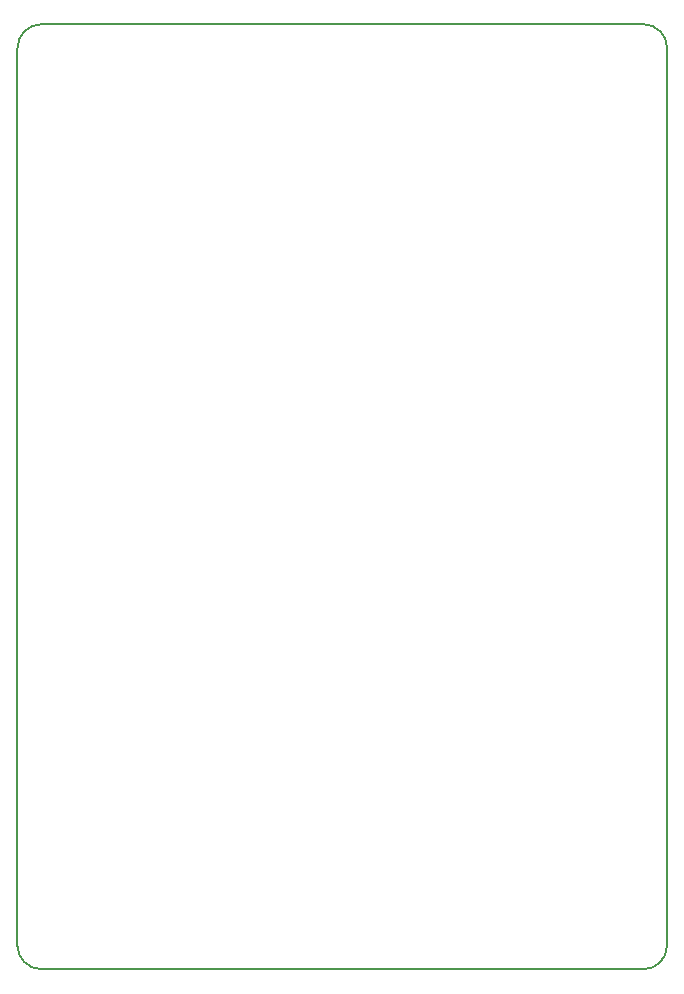
<source format=gbr>
G04 #@! TF.GenerationSoftware,KiCad,Pcbnew,(5.0.0-rc2-190-gf634b7565)*
G04 #@! TF.CreationDate,2018-07-18T23:06:55+02:00*
G04 #@! TF.ProjectId,IoP-mux8-1C,496F502D6D7578382D31432E6B696361,rev?*
G04 #@! TF.SameCoordinates,Original*
G04 #@! TF.FileFunction,Profile,NP*
%FSLAX46Y46*%
G04 Gerber Fmt 4.6, Leading zero omitted, Abs format (unit mm)*
G04 Created by KiCad (PCBNEW (5.0.0-rc2-190-gf634b7565)) date 07/18/18 23:06:55*
%MOMM*%
%LPD*%
G01*
G04 APERTURE LIST*
%ADD10C,0.200000*%
G04 APERTURE END LIST*
D10*
X180000000Y-125000000D02*
G75*
G02X178000000Y-123000000I0J2000000D01*
G01*
X231000000Y-45000000D02*
G75*
G02X233000000Y-47000000I0J-2000000D01*
G01*
X233000000Y-123000000D02*
G75*
G02X231000000Y-125000000I-2000000J0D01*
G01*
X178000000Y-47000000D02*
G75*
G02X180000000Y-45000000I2000000J0D01*
G01*
X178000000Y-47000000D02*
X178000000Y-123000000D01*
X231000000Y-45000000D02*
X180000000Y-45000000D01*
X233000000Y-123000000D02*
X233000000Y-47000000D01*
X180000000Y-125000000D02*
X231000000Y-125000000D01*
M02*

</source>
